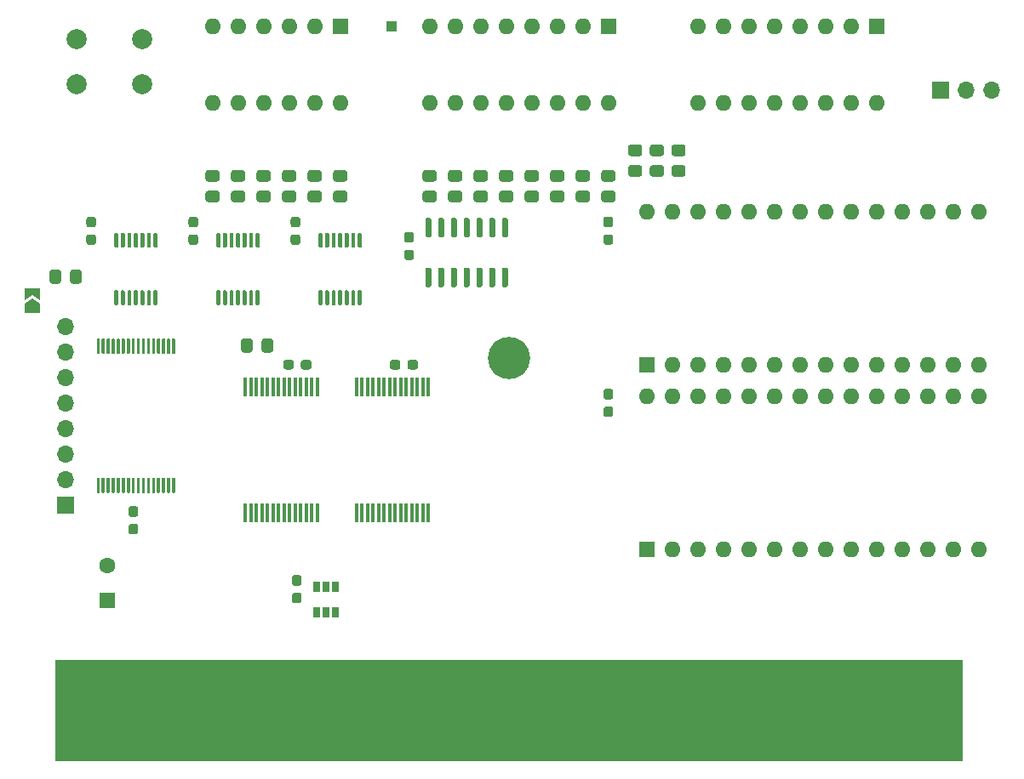
<source format=gbr>
%TF.GenerationSoftware,KiCad,Pcbnew,(5.1.10)-1*%
%TF.CreationDate,2022-08-27T20:58:22-04:00*%
%TF.ProjectId,VIC20HyperExpanderSMDRev3,56494332-3048-4797-9065-72457870616e,3*%
%TF.SameCoordinates,Original*%
%TF.FileFunction,Soldermask,Top*%
%TF.FilePolarity,Negative*%
%FSLAX46Y46*%
G04 Gerber Fmt 4.6, Leading zero omitted, Abs format (unit mm)*
G04 Created by KiCad (PCBNEW (5.1.10)-1) date 2022-08-27 20:58:22*
%MOMM*%
%LPD*%
G01*
G04 APERTURE LIST*
%ADD10C,0.100000*%
%ADD11O,1.600000X1.600000*%
%ADD12R,1.600000X1.600000*%
%ADD13C,1.600000*%
%ADD14R,1.700000X1.700000*%
%ADD15O,1.700000X1.700000*%
%ADD16R,0.700000X1.000000*%
%ADD17R,1.000000X1.000000*%
%ADD18R,0.380000X1.870000*%
%ADD19C,2.000000*%
%ADD20C,4.200000*%
%ADD21R,2.250000X9.500000*%
G04 APERTURE END LIST*
D10*
%TO.C,X1*%
G36*
X92314000Y-123799600D02*
G01*
X182514000Y-123799600D01*
X182514000Y-113849600D01*
X92314000Y-113849600D01*
X92314000Y-123799600D01*
G37*
X92314000Y-123799600D02*
X182514000Y-123799600D01*
X182514000Y-113849600D01*
X92314000Y-113849600D01*
X92314000Y-123799600D01*
%TD*%
%TO.C,C4*%
G36*
G01*
X116745500Y-84692500D02*
X116745500Y-84217500D01*
G75*
G02*
X116983000Y-83980000I237500J0D01*
G01*
X117558000Y-83980000D01*
G75*
G02*
X117795500Y-84217500I0J-237500D01*
G01*
X117795500Y-84692500D01*
G75*
G02*
X117558000Y-84930000I-237500J0D01*
G01*
X116983000Y-84930000D01*
G75*
G02*
X116745500Y-84692500I0J237500D01*
G01*
G37*
G36*
G01*
X114995500Y-84692500D02*
X114995500Y-84217500D01*
G75*
G02*
X115233000Y-83980000I237500J0D01*
G01*
X115808000Y-83980000D01*
G75*
G02*
X116045500Y-84217500I0J-237500D01*
G01*
X116045500Y-84692500D01*
G75*
G02*
X115808000Y-84930000I-237500J0D01*
G01*
X115233000Y-84930000D01*
G75*
G02*
X114995500Y-84692500I0J237500D01*
G01*
G37*
%TD*%
D11*
%TO.C,IC3*%
X151130000Y-87630000D03*
X184150000Y-102870000D03*
X153670000Y-87630000D03*
X181610000Y-102870000D03*
X156210000Y-87630000D03*
X179070000Y-102870000D03*
X158750000Y-87630000D03*
X176530000Y-102870000D03*
X161290000Y-87630000D03*
X173990000Y-102870000D03*
X163830000Y-87630000D03*
X171450000Y-102870000D03*
X166370000Y-87630000D03*
X168910000Y-102870000D03*
X168910000Y-87630000D03*
X166370000Y-102870000D03*
X171450000Y-87630000D03*
X163830000Y-102870000D03*
X173990000Y-87630000D03*
X161290000Y-102870000D03*
X176530000Y-87630000D03*
X158750000Y-102870000D03*
X179070000Y-87630000D03*
X156210000Y-102870000D03*
X181610000Y-87630000D03*
X153670000Y-102870000D03*
X184150000Y-87630000D03*
D12*
X151130000Y-102870000D03*
%TD*%
D11*
%TO.C,IC2*%
X151130000Y-69215000D03*
X184150000Y-84455000D03*
X153670000Y-69215000D03*
X181610000Y-84455000D03*
X156210000Y-69215000D03*
X179070000Y-84455000D03*
X158750000Y-69215000D03*
X176530000Y-84455000D03*
X161290000Y-69215000D03*
X173990000Y-84455000D03*
X163830000Y-69215000D03*
X171450000Y-84455000D03*
X166370000Y-69215000D03*
X168910000Y-84455000D03*
X168910000Y-69215000D03*
X166370000Y-84455000D03*
X171450000Y-69215000D03*
X163830000Y-84455000D03*
X173990000Y-69215000D03*
X161290000Y-84455000D03*
X176530000Y-69215000D03*
X158750000Y-84455000D03*
X179070000Y-69215000D03*
X156210000Y-84455000D03*
X181610000Y-69215000D03*
X153670000Y-84455000D03*
X184150000Y-69215000D03*
D12*
X151130000Y-84455000D03*
%TD*%
%TO.C,C1*%
X97472500Y-107950000D03*
D13*
X97472500Y-104450000D03*
%TD*%
%TO.C,C2*%
G36*
G01*
X116094500Y-107157000D02*
X116569500Y-107157000D01*
G75*
G02*
X116807000Y-107394500I0J-237500D01*
G01*
X116807000Y-107969500D01*
G75*
G02*
X116569500Y-108207000I-237500J0D01*
G01*
X116094500Y-108207000D01*
G75*
G02*
X115857000Y-107969500I0J237500D01*
G01*
X115857000Y-107394500D01*
G75*
G02*
X116094500Y-107157000I237500J0D01*
G01*
G37*
G36*
G01*
X116094500Y-105407000D02*
X116569500Y-105407000D01*
G75*
G02*
X116807000Y-105644500I0J-237500D01*
G01*
X116807000Y-106219500D01*
G75*
G02*
X116569500Y-106457000I-237500J0D01*
G01*
X116094500Y-106457000D01*
G75*
G02*
X115857000Y-106219500I0J237500D01*
G01*
X115857000Y-105644500D01*
G75*
G02*
X116094500Y-105407000I237500J0D01*
G01*
G37*
%TD*%
%TO.C,C3*%
G36*
G01*
X100313500Y-101349000D02*
X99838500Y-101349000D01*
G75*
G02*
X99601000Y-101111500I0J237500D01*
G01*
X99601000Y-100536500D01*
G75*
G02*
X99838500Y-100299000I237500J0D01*
G01*
X100313500Y-100299000D01*
G75*
G02*
X100551000Y-100536500I0J-237500D01*
G01*
X100551000Y-101111500D01*
G75*
G02*
X100313500Y-101349000I-237500J0D01*
G01*
G37*
G36*
G01*
X100313500Y-99599000D02*
X99838500Y-99599000D01*
G75*
G02*
X99601000Y-99361500I0J237500D01*
G01*
X99601000Y-98786500D01*
G75*
G02*
X99838500Y-98549000I237500J0D01*
G01*
X100313500Y-98549000D01*
G75*
G02*
X100551000Y-98786500I0J-237500D01*
G01*
X100551000Y-99361500D01*
G75*
G02*
X100313500Y-99599000I-237500J0D01*
G01*
G37*
%TD*%
%TO.C,C5*%
G36*
G01*
X126650000Y-84217500D02*
X126650000Y-84692500D01*
G75*
G02*
X126412500Y-84930000I-237500J0D01*
G01*
X125837500Y-84930000D01*
G75*
G02*
X125600000Y-84692500I0J237500D01*
G01*
X125600000Y-84217500D01*
G75*
G02*
X125837500Y-83980000I237500J0D01*
G01*
X126412500Y-83980000D01*
G75*
G02*
X126650000Y-84217500I0J-237500D01*
G01*
G37*
G36*
G01*
X128400000Y-84217500D02*
X128400000Y-84692500D01*
G75*
G02*
X128162500Y-84930000I-237500J0D01*
G01*
X127587500Y-84930000D01*
G75*
G02*
X127350000Y-84692500I0J237500D01*
G01*
X127350000Y-84217500D01*
G75*
G02*
X127587500Y-83980000I237500J0D01*
G01*
X128162500Y-83980000D01*
G75*
G02*
X128400000Y-84217500I0J-237500D01*
G01*
G37*
%TD*%
%TO.C,C6*%
G36*
G01*
X96122500Y-72520000D02*
X95647500Y-72520000D01*
G75*
G02*
X95410000Y-72282500I0J237500D01*
G01*
X95410000Y-71707500D01*
G75*
G02*
X95647500Y-71470000I237500J0D01*
G01*
X96122500Y-71470000D01*
G75*
G02*
X96360000Y-71707500I0J-237500D01*
G01*
X96360000Y-72282500D01*
G75*
G02*
X96122500Y-72520000I-237500J0D01*
G01*
G37*
G36*
G01*
X96122500Y-70770000D02*
X95647500Y-70770000D01*
G75*
G02*
X95410000Y-70532500I0J237500D01*
G01*
X95410000Y-69957500D01*
G75*
G02*
X95647500Y-69720000I237500J0D01*
G01*
X96122500Y-69720000D01*
G75*
G02*
X96360000Y-69957500I0J-237500D01*
G01*
X96360000Y-70532500D01*
G75*
G02*
X96122500Y-70770000I-237500J0D01*
G01*
G37*
%TD*%
%TO.C,C7*%
G36*
G01*
X105807500Y-69720000D02*
X106282500Y-69720000D01*
G75*
G02*
X106520000Y-69957500I0J-237500D01*
G01*
X106520000Y-70532500D01*
G75*
G02*
X106282500Y-70770000I-237500J0D01*
G01*
X105807500Y-70770000D01*
G75*
G02*
X105570000Y-70532500I0J237500D01*
G01*
X105570000Y-69957500D01*
G75*
G02*
X105807500Y-69720000I237500J0D01*
G01*
G37*
G36*
G01*
X105807500Y-71470000D02*
X106282500Y-71470000D01*
G75*
G02*
X106520000Y-71707500I0J-237500D01*
G01*
X106520000Y-72282500D01*
G75*
G02*
X106282500Y-72520000I-237500J0D01*
G01*
X105807500Y-72520000D01*
G75*
G02*
X105570000Y-72282500I0J237500D01*
G01*
X105570000Y-71707500D01*
G75*
G02*
X105807500Y-71470000I237500J0D01*
G01*
G37*
%TD*%
%TO.C,C8*%
G36*
G01*
X116442500Y-70770000D02*
X115967500Y-70770000D01*
G75*
G02*
X115730000Y-70532500I0J237500D01*
G01*
X115730000Y-69957500D01*
G75*
G02*
X115967500Y-69720000I237500J0D01*
G01*
X116442500Y-69720000D01*
G75*
G02*
X116680000Y-69957500I0J-237500D01*
G01*
X116680000Y-70532500D01*
G75*
G02*
X116442500Y-70770000I-237500J0D01*
G01*
G37*
G36*
G01*
X116442500Y-72520000D02*
X115967500Y-72520000D01*
G75*
G02*
X115730000Y-72282500I0J237500D01*
G01*
X115730000Y-71707500D01*
G75*
G02*
X115967500Y-71470000I237500J0D01*
G01*
X116442500Y-71470000D01*
G75*
G02*
X116680000Y-71707500I0J-237500D01*
G01*
X116680000Y-72282500D01*
G75*
G02*
X116442500Y-72520000I-237500J0D01*
G01*
G37*
%TD*%
%TO.C,C9*%
G36*
G01*
X127745500Y-74044000D02*
X127270500Y-74044000D01*
G75*
G02*
X127033000Y-73806500I0J237500D01*
G01*
X127033000Y-73231500D01*
G75*
G02*
X127270500Y-72994000I237500J0D01*
G01*
X127745500Y-72994000D01*
G75*
G02*
X127983000Y-73231500I0J-237500D01*
G01*
X127983000Y-73806500D01*
G75*
G02*
X127745500Y-74044000I-237500J0D01*
G01*
G37*
G36*
G01*
X127745500Y-72294000D02*
X127270500Y-72294000D01*
G75*
G02*
X127033000Y-72056500I0J237500D01*
G01*
X127033000Y-71481500D01*
G75*
G02*
X127270500Y-71244000I237500J0D01*
G01*
X127745500Y-71244000D01*
G75*
G02*
X127983000Y-71481500I0J-237500D01*
G01*
X127983000Y-72056500D01*
G75*
G02*
X127745500Y-72294000I-237500J0D01*
G01*
G37*
%TD*%
%TO.C,IC1*%
G36*
G01*
X96655000Y-97235000D02*
X96505000Y-97235000D01*
G75*
G02*
X96430000Y-97160000I0J75000D01*
G01*
X96430000Y-95760000D01*
G75*
G02*
X96505000Y-95685000I75000J0D01*
G01*
X96655000Y-95685000D01*
G75*
G02*
X96730000Y-95760000I0J-75000D01*
G01*
X96730000Y-97160000D01*
G75*
G02*
X96655000Y-97235000I-75000J0D01*
G01*
G37*
G36*
G01*
X97155000Y-97235000D02*
X97005000Y-97235000D01*
G75*
G02*
X96930000Y-97160000I0J75000D01*
G01*
X96930000Y-95760000D01*
G75*
G02*
X97005000Y-95685000I75000J0D01*
G01*
X97155000Y-95685000D01*
G75*
G02*
X97230000Y-95760000I0J-75000D01*
G01*
X97230000Y-97160000D01*
G75*
G02*
X97155000Y-97235000I-75000J0D01*
G01*
G37*
G36*
G01*
X97655000Y-97235000D02*
X97505000Y-97235000D01*
G75*
G02*
X97430000Y-97160000I0J75000D01*
G01*
X97430000Y-95760000D01*
G75*
G02*
X97505000Y-95685000I75000J0D01*
G01*
X97655000Y-95685000D01*
G75*
G02*
X97730000Y-95760000I0J-75000D01*
G01*
X97730000Y-97160000D01*
G75*
G02*
X97655000Y-97235000I-75000J0D01*
G01*
G37*
G36*
G01*
X98155000Y-97235000D02*
X98005000Y-97235000D01*
G75*
G02*
X97930000Y-97160000I0J75000D01*
G01*
X97930000Y-95760000D01*
G75*
G02*
X98005000Y-95685000I75000J0D01*
G01*
X98155000Y-95685000D01*
G75*
G02*
X98230000Y-95760000I0J-75000D01*
G01*
X98230000Y-97160000D01*
G75*
G02*
X98155000Y-97235000I-75000J0D01*
G01*
G37*
G36*
G01*
X98655000Y-97235000D02*
X98505000Y-97235000D01*
G75*
G02*
X98430000Y-97160000I0J75000D01*
G01*
X98430000Y-95760000D01*
G75*
G02*
X98505000Y-95685000I75000J0D01*
G01*
X98655000Y-95685000D01*
G75*
G02*
X98730000Y-95760000I0J-75000D01*
G01*
X98730000Y-97160000D01*
G75*
G02*
X98655000Y-97235000I-75000J0D01*
G01*
G37*
G36*
G01*
X99155000Y-97235000D02*
X99005000Y-97235000D01*
G75*
G02*
X98930000Y-97160000I0J75000D01*
G01*
X98930000Y-95760000D01*
G75*
G02*
X99005000Y-95685000I75000J0D01*
G01*
X99155000Y-95685000D01*
G75*
G02*
X99230000Y-95760000I0J-75000D01*
G01*
X99230000Y-97160000D01*
G75*
G02*
X99155000Y-97235000I-75000J0D01*
G01*
G37*
G36*
G01*
X99655000Y-97235000D02*
X99505000Y-97235000D01*
G75*
G02*
X99430000Y-97160000I0J75000D01*
G01*
X99430000Y-95760000D01*
G75*
G02*
X99505000Y-95685000I75000J0D01*
G01*
X99655000Y-95685000D01*
G75*
G02*
X99730000Y-95760000I0J-75000D01*
G01*
X99730000Y-97160000D01*
G75*
G02*
X99655000Y-97235000I-75000J0D01*
G01*
G37*
G36*
G01*
X100155000Y-97235000D02*
X100005000Y-97235000D01*
G75*
G02*
X99930000Y-97160000I0J75000D01*
G01*
X99930000Y-95760000D01*
G75*
G02*
X100005000Y-95685000I75000J0D01*
G01*
X100155000Y-95685000D01*
G75*
G02*
X100230000Y-95760000I0J-75000D01*
G01*
X100230000Y-97160000D01*
G75*
G02*
X100155000Y-97235000I-75000J0D01*
G01*
G37*
G36*
G01*
X100655000Y-97235000D02*
X100505000Y-97235000D01*
G75*
G02*
X100430000Y-97160000I0J75000D01*
G01*
X100430000Y-95760000D01*
G75*
G02*
X100505000Y-95685000I75000J0D01*
G01*
X100655000Y-95685000D01*
G75*
G02*
X100730000Y-95760000I0J-75000D01*
G01*
X100730000Y-97160000D01*
G75*
G02*
X100655000Y-97235000I-75000J0D01*
G01*
G37*
G36*
G01*
X101155000Y-97235000D02*
X101005000Y-97235000D01*
G75*
G02*
X100930000Y-97160000I0J75000D01*
G01*
X100930000Y-95760000D01*
G75*
G02*
X101005000Y-95685000I75000J0D01*
G01*
X101155000Y-95685000D01*
G75*
G02*
X101230000Y-95760000I0J-75000D01*
G01*
X101230000Y-97160000D01*
G75*
G02*
X101155000Y-97235000I-75000J0D01*
G01*
G37*
G36*
G01*
X101655000Y-97235000D02*
X101505000Y-97235000D01*
G75*
G02*
X101430000Y-97160000I0J75000D01*
G01*
X101430000Y-95760000D01*
G75*
G02*
X101505000Y-95685000I75000J0D01*
G01*
X101655000Y-95685000D01*
G75*
G02*
X101730000Y-95760000I0J-75000D01*
G01*
X101730000Y-97160000D01*
G75*
G02*
X101655000Y-97235000I-75000J0D01*
G01*
G37*
G36*
G01*
X102155000Y-97235000D02*
X102005000Y-97235000D01*
G75*
G02*
X101930000Y-97160000I0J75000D01*
G01*
X101930000Y-95760000D01*
G75*
G02*
X102005000Y-95685000I75000J0D01*
G01*
X102155000Y-95685000D01*
G75*
G02*
X102230000Y-95760000I0J-75000D01*
G01*
X102230000Y-97160000D01*
G75*
G02*
X102155000Y-97235000I-75000J0D01*
G01*
G37*
G36*
G01*
X102655000Y-97235000D02*
X102505000Y-97235000D01*
G75*
G02*
X102430000Y-97160000I0J75000D01*
G01*
X102430000Y-95760000D01*
G75*
G02*
X102505000Y-95685000I75000J0D01*
G01*
X102655000Y-95685000D01*
G75*
G02*
X102730000Y-95760000I0J-75000D01*
G01*
X102730000Y-97160000D01*
G75*
G02*
X102655000Y-97235000I-75000J0D01*
G01*
G37*
G36*
G01*
X103155000Y-97235000D02*
X103005000Y-97235000D01*
G75*
G02*
X102930000Y-97160000I0J75000D01*
G01*
X102930000Y-95760000D01*
G75*
G02*
X103005000Y-95685000I75000J0D01*
G01*
X103155000Y-95685000D01*
G75*
G02*
X103230000Y-95760000I0J-75000D01*
G01*
X103230000Y-97160000D01*
G75*
G02*
X103155000Y-97235000I-75000J0D01*
G01*
G37*
G36*
G01*
X103655000Y-97235000D02*
X103505000Y-97235000D01*
G75*
G02*
X103430000Y-97160000I0J75000D01*
G01*
X103430000Y-95760000D01*
G75*
G02*
X103505000Y-95685000I75000J0D01*
G01*
X103655000Y-95685000D01*
G75*
G02*
X103730000Y-95760000I0J-75000D01*
G01*
X103730000Y-97160000D01*
G75*
G02*
X103655000Y-97235000I-75000J0D01*
G01*
G37*
G36*
G01*
X104155000Y-97235000D02*
X104005000Y-97235000D01*
G75*
G02*
X103930000Y-97160000I0J75000D01*
G01*
X103930000Y-95760000D01*
G75*
G02*
X104005000Y-95685000I75000J0D01*
G01*
X104155000Y-95685000D01*
G75*
G02*
X104230000Y-95760000I0J-75000D01*
G01*
X104230000Y-97160000D01*
G75*
G02*
X104155000Y-97235000I-75000J0D01*
G01*
G37*
G36*
G01*
X104155000Y-83385000D02*
X104005000Y-83385000D01*
G75*
G02*
X103930000Y-83310000I0J75000D01*
G01*
X103930000Y-81910000D01*
G75*
G02*
X104005000Y-81835000I75000J0D01*
G01*
X104155000Y-81835000D01*
G75*
G02*
X104230000Y-81910000I0J-75000D01*
G01*
X104230000Y-83310000D01*
G75*
G02*
X104155000Y-83385000I-75000J0D01*
G01*
G37*
G36*
G01*
X103655000Y-83385000D02*
X103505000Y-83385000D01*
G75*
G02*
X103430000Y-83310000I0J75000D01*
G01*
X103430000Y-81910000D01*
G75*
G02*
X103505000Y-81835000I75000J0D01*
G01*
X103655000Y-81835000D01*
G75*
G02*
X103730000Y-81910000I0J-75000D01*
G01*
X103730000Y-83310000D01*
G75*
G02*
X103655000Y-83385000I-75000J0D01*
G01*
G37*
G36*
G01*
X103155000Y-83385000D02*
X103005000Y-83385000D01*
G75*
G02*
X102930000Y-83310000I0J75000D01*
G01*
X102930000Y-81910000D01*
G75*
G02*
X103005000Y-81835000I75000J0D01*
G01*
X103155000Y-81835000D01*
G75*
G02*
X103230000Y-81910000I0J-75000D01*
G01*
X103230000Y-83310000D01*
G75*
G02*
X103155000Y-83385000I-75000J0D01*
G01*
G37*
G36*
G01*
X102655000Y-83385000D02*
X102505000Y-83385000D01*
G75*
G02*
X102430000Y-83310000I0J75000D01*
G01*
X102430000Y-81910000D01*
G75*
G02*
X102505000Y-81835000I75000J0D01*
G01*
X102655000Y-81835000D01*
G75*
G02*
X102730000Y-81910000I0J-75000D01*
G01*
X102730000Y-83310000D01*
G75*
G02*
X102655000Y-83385000I-75000J0D01*
G01*
G37*
G36*
G01*
X102155000Y-83385000D02*
X102005000Y-83385000D01*
G75*
G02*
X101930000Y-83310000I0J75000D01*
G01*
X101930000Y-81910000D01*
G75*
G02*
X102005000Y-81835000I75000J0D01*
G01*
X102155000Y-81835000D01*
G75*
G02*
X102230000Y-81910000I0J-75000D01*
G01*
X102230000Y-83310000D01*
G75*
G02*
X102155000Y-83385000I-75000J0D01*
G01*
G37*
G36*
G01*
X101655000Y-83385000D02*
X101505000Y-83385000D01*
G75*
G02*
X101430000Y-83310000I0J75000D01*
G01*
X101430000Y-81910000D01*
G75*
G02*
X101505000Y-81835000I75000J0D01*
G01*
X101655000Y-81835000D01*
G75*
G02*
X101730000Y-81910000I0J-75000D01*
G01*
X101730000Y-83310000D01*
G75*
G02*
X101655000Y-83385000I-75000J0D01*
G01*
G37*
G36*
G01*
X101155000Y-83385000D02*
X101005000Y-83385000D01*
G75*
G02*
X100930000Y-83310000I0J75000D01*
G01*
X100930000Y-81910000D01*
G75*
G02*
X101005000Y-81835000I75000J0D01*
G01*
X101155000Y-81835000D01*
G75*
G02*
X101230000Y-81910000I0J-75000D01*
G01*
X101230000Y-83310000D01*
G75*
G02*
X101155000Y-83385000I-75000J0D01*
G01*
G37*
G36*
G01*
X100655000Y-83385000D02*
X100505000Y-83385000D01*
G75*
G02*
X100430000Y-83310000I0J75000D01*
G01*
X100430000Y-81910000D01*
G75*
G02*
X100505000Y-81835000I75000J0D01*
G01*
X100655000Y-81835000D01*
G75*
G02*
X100730000Y-81910000I0J-75000D01*
G01*
X100730000Y-83310000D01*
G75*
G02*
X100655000Y-83385000I-75000J0D01*
G01*
G37*
G36*
G01*
X100155000Y-83385000D02*
X100005000Y-83385000D01*
G75*
G02*
X99930000Y-83310000I0J75000D01*
G01*
X99930000Y-81910000D01*
G75*
G02*
X100005000Y-81835000I75000J0D01*
G01*
X100155000Y-81835000D01*
G75*
G02*
X100230000Y-81910000I0J-75000D01*
G01*
X100230000Y-83310000D01*
G75*
G02*
X100155000Y-83385000I-75000J0D01*
G01*
G37*
G36*
G01*
X99655000Y-83385000D02*
X99505000Y-83385000D01*
G75*
G02*
X99430000Y-83310000I0J75000D01*
G01*
X99430000Y-81910000D01*
G75*
G02*
X99505000Y-81835000I75000J0D01*
G01*
X99655000Y-81835000D01*
G75*
G02*
X99730000Y-81910000I0J-75000D01*
G01*
X99730000Y-83310000D01*
G75*
G02*
X99655000Y-83385000I-75000J0D01*
G01*
G37*
G36*
G01*
X99155000Y-83385000D02*
X99005000Y-83385000D01*
G75*
G02*
X98930000Y-83310000I0J75000D01*
G01*
X98930000Y-81910000D01*
G75*
G02*
X99005000Y-81835000I75000J0D01*
G01*
X99155000Y-81835000D01*
G75*
G02*
X99230000Y-81910000I0J-75000D01*
G01*
X99230000Y-83310000D01*
G75*
G02*
X99155000Y-83385000I-75000J0D01*
G01*
G37*
G36*
G01*
X98655000Y-83385000D02*
X98505000Y-83385000D01*
G75*
G02*
X98430000Y-83310000I0J75000D01*
G01*
X98430000Y-81910000D01*
G75*
G02*
X98505000Y-81835000I75000J0D01*
G01*
X98655000Y-81835000D01*
G75*
G02*
X98730000Y-81910000I0J-75000D01*
G01*
X98730000Y-83310000D01*
G75*
G02*
X98655000Y-83385000I-75000J0D01*
G01*
G37*
G36*
G01*
X98155000Y-83385000D02*
X98005000Y-83385000D01*
G75*
G02*
X97930000Y-83310000I0J75000D01*
G01*
X97930000Y-81910000D01*
G75*
G02*
X98005000Y-81835000I75000J0D01*
G01*
X98155000Y-81835000D01*
G75*
G02*
X98230000Y-81910000I0J-75000D01*
G01*
X98230000Y-83310000D01*
G75*
G02*
X98155000Y-83385000I-75000J0D01*
G01*
G37*
G36*
G01*
X97655000Y-83385000D02*
X97505000Y-83385000D01*
G75*
G02*
X97430000Y-83310000I0J75000D01*
G01*
X97430000Y-81910000D01*
G75*
G02*
X97505000Y-81835000I75000J0D01*
G01*
X97655000Y-81835000D01*
G75*
G02*
X97730000Y-81910000I0J-75000D01*
G01*
X97730000Y-83310000D01*
G75*
G02*
X97655000Y-83385000I-75000J0D01*
G01*
G37*
G36*
G01*
X97155000Y-83385000D02*
X97005000Y-83385000D01*
G75*
G02*
X96930000Y-83310000I0J75000D01*
G01*
X96930000Y-81910000D01*
G75*
G02*
X97005000Y-81835000I75000J0D01*
G01*
X97155000Y-81835000D01*
G75*
G02*
X97230000Y-81910000I0J-75000D01*
G01*
X97230000Y-83310000D01*
G75*
G02*
X97155000Y-83385000I-75000J0D01*
G01*
G37*
G36*
G01*
X96655000Y-83385000D02*
X96505000Y-83385000D01*
G75*
G02*
X96430000Y-83310000I0J75000D01*
G01*
X96430000Y-81910000D01*
G75*
G02*
X96505000Y-81835000I75000J0D01*
G01*
X96655000Y-81835000D01*
G75*
G02*
X96730000Y-81910000I0J-75000D01*
G01*
X96730000Y-83310000D01*
G75*
G02*
X96655000Y-83385000I-75000J0D01*
G01*
G37*
%TD*%
D14*
%TO.C,JP1*%
X180340000Y-57150000D03*
D15*
X182880000Y-57150000D03*
X185420000Y-57150000D03*
%TD*%
%TO.C,R1*%
G36*
G01*
X93795000Y-76142001D02*
X93795000Y-75241999D01*
G75*
G02*
X94044999Y-74992000I249999J0D01*
G01*
X94695001Y-74992000D01*
G75*
G02*
X94945000Y-75241999I0J-249999D01*
G01*
X94945000Y-76142001D01*
G75*
G02*
X94695001Y-76392000I-249999J0D01*
G01*
X94044999Y-76392000D01*
G75*
G02*
X93795000Y-76142001I0J249999D01*
G01*
G37*
G36*
G01*
X91745000Y-76142001D02*
X91745000Y-75241999D01*
G75*
G02*
X91994999Y-74992000I249999J0D01*
G01*
X92645001Y-74992000D01*
G75*
G02*
X92895000Y-75241999I0J-249999D01*
G01*
X92895000Y-76142001D01*
G75*
G02*
X92645001Y-76392000I-249999J0D01*
G01*
X91994999Y-76392000D01*
G75*
G02*
X91745000Y-76142001I0J249999D01*
G01*
G37*
%TD*%
%TO.C,R2*%
G36*
G01*
X147770001Y-68275000D02*
X146869999Y-68275000D01*
G75*
G02*
X146620000Y-68025001I0J249999D01*
G01*
X146620000Y-67374999D01*
G75*
G02*
X146869999Y-67125000I249999J0D01*
G01*
X147770001Y-67125000D01*
G75*
G02*
X148020000Y-67374999I0J-249999D01*
G01*
X148020000Y-68025001D01*
G75*
G02*
X147770001Y-68275000I-249999J0D01*
G01*
G37*
G36*
G01*
X147770001Y-66225000D02*
X146869999Y-66225000D01*
G75*
G02*
X146620000Y-65975001I0J249999D01*
G01*
X146620000Y-65324999D01*
G75*
G02*
X146869999Y-65075000I249999J0D01*
G01*
X147770001Y-65075000D01*
G75*
G02*
X148020000Y-65324999I0J-249999D01*
G01*
X148020000Y-65975001D01*
G75*
G02*
X147770001Y-66225000I-249999J0D01*
G01*
G37*
%TD*%
%TO.C,R3*%
G36*
G01*
X145230001Y-66225000D02*
X144329999Y-66225000D01*
G75*
G02*
X144080000Y-65975001I0J249999D01*
G01*
X144080000Y-65324999D01*
G75*
G02*
X144329999Y-65075000I249999J0D01*
G01*
X145230001Y-65075000D01*
G75*
G02*
X145480000Y-65324999I0J-249999D01*
G01*
X145480000Y-65975001D01*
G75*
G02*
X145230001Y-66225000I-249999J0D01*
G01*
G37*
G36*
G01*
X145230001Y-68275000D02*
X144329999Y-68275000D01*
G75*
G02*
X144080000Y-68025001I0J249999D01*
G01*
X144080000Y-67374999D01*
G75*
G02*
X144329999Y-67125000I249999J0D01*
G01*
X145230001Y-67125000D01*
G75*
G02*
X145480000Y-67374999I0J-249999D01*
G01*
X145480000Y-68025001D01*
G75*
G02*
X145230001Y-68275000I-249999J0D01*
G01*
G37*
%TD*%
%TO.C,R4*%
G36*
G01*
X142690001Y-68275000D02*
X141789999Y-68275000D01*
G75*
G02*
X141540000Y-68025001I0J249999D01*
G01*
X141540000Y-67374999D01*
G75*
G02*
X141789999Y-67125000I249999J0D01*
G01*
X142690001Y-67125000D01*
G75*
G02*
X142940000Y-67374999I0J-249999D01*
G01*
X142940000Y-68025001D01*
G75*
G02*
X142690001Y-68275000I-249999J0D01*
G01*
G37*
G36*
G01*
X142690001Y-66225000D02*
X141789999Y-66225000D01*
G75*
G02*
X141540000Y-65975001I0J249999D01*
G01*
X141540000Y-65324999D01*
G75*
G02*
X141789999Y-65075000I249999J0D01*
G01*
X142690001Y-65075000D01*
G75*
G02*
X142940000Y-65324999I0J-249999D01*
G01*
X142940000Y-65975001D01*
G75*
G02*
X142690001Y-66225000I-249999J0D01*
G01*
G37*
%TD*%
%TO.C,R5*%
G36*
G01*
X140150001Y-66225000D02*
X139249999Y-66225000D01*
G75*
G02*
X139000000Y-65975001I0J249999D01*
G01*
X139000000Y-65324999D01*
G75*
G02*
X139249999Y-65075000I249999J0D01*
G01*
X140150001Y-65075000D01*
G75*
G02*
X140400000Y-65324999I0J-249999D01*
G01*
X140400000Y-65975001D01*
G75*
G02*
X140150001Y-66225000I-249999J0D01*
G01*
G37*
G36*
G01*
X140150001Y-68275000D02*
X139249999Y-68275000D01*
G75*
G02*
X139000000Y-68025001I0J249999D01*
G01*
X139000000Y-67374999D01*
G75*
G02*
X139249999Y-67125000I249999J0D01*
G01*
X140150001Y-67125000D01*
G75*
G02*
X140400000Y-67374999I0J-249999D01*
G01*
X140400000Y-68025001D01*
G75*
G02*
X140150001Y-68275000I-249999J0D01*
G01*
G37*
%TD*%
%TO.C,R6*%
G36*
G01*
X137610001Y-68275000D02*
X136709999Y-68275000D01*
G75*
G02*
X136460000Y-68025001I0J249999D01*
G01*
X136460000Y-67374999D01*
G75*
G02*
X136709999Y-67125000I249999J0D01*
G01*
X137610001Y-67125000D01*
G75*
G02*
X137860000Y-67374999I0J-249999D01*
G01*
X137860000Y-68025001D01*
G75*
G02*
X137610001Y-68275000I-249999J0D01*
G01*
G37*
G36*
G01*
X137610001Y-66225000D02*
X136709999Y-66225000D01*
G75*
G02*
X136460000Y-65975001I0J249999D01*
G01*
X136460000Y-65324999D01*
G75*
G02*
X136709999Y-65075000I249999J0D01*
G01*
X137610001Y-65075000D01*
G75*
G02*
X137860000Y-65324999I0J-249999D01*
G01*
X137860000Y-65975001D01*
G75*
G02*
X137610001Y-66225000I-249999J0D01*
G01*
G37*
%TD*%
%TO.C,R7*%
G36*
G01*
X135070001Y-66225000D02*
X134169999Y-66225000D01*
G75*
G02*
X133920000Y-65975001I0J249999D01*
G01*
X133920000Y-65324999D01*
G75*
G02*
X134169999Y-65075000I249999J0D01*
G01*
X135070001Y-65075000D01*
G75*
G02*
X135320000Y-65324999I0J-249999D01*
G01*
X135320000Y-65975001D01*
G75*
G02*
X135070001Y-66225000I-249999J0D01*
G01*
G37*
G36*
G01*
X135070001Y-68275000D02*
X134169999Y-68275000D01*
G75*
G02*
X133920000Y-68025001I0J249999D01*
G01*
X133920000Y-67374999D01*
G75*
G02*
X134169999Y-67125000I249999J0D01*
G01*
X135070001Y-67125000D01*
G75*
G02*
X135320000Y-67374999I0J-249999D01*
G01*
X135320000Y-68025001D01*
G75*
G02*
X135070001Y-68275000I-249999J0D01*
G01*
G37*
%TD*%
%TO.C,R8*%
G36*
G01*
X132530001Y-68275000D02*
X131629999Y-68275000D01*
G75*
G02*
X131380000Y-68025001I0J249999D01*
G01*
X131380000Y-67374999D01*
G75*
G02*
X131629999Y-67125000I249999J0D01*
G01*
X132530001Y-67125000D01*
G75*
G02*
X132780000Y-67374999I0J-249999D01*
G01*
X132780000Y-68025001D01*
G75*
G02*
X132530001Y-68275000I-249999J0D01*
G01*
G37*
G36*
G01*
X132530001Y-66225000D02*
X131629999Y-66225000D01*
G75*
G02*
X131380000Y-65975001I0J249999D01*
G01*
X131380000Y-65324999D01*
G75*
G02*
X131629999Y-65075000I249999J0D01*
G01*
X132530001Y-65075000D01*
G75*
G02*
X132780000Y-65324999I0J-249999D01*
G01*
X132780000Y-65975001D01*
G75*
G02*
X132530001Y-66225000I-249999J0D01*
G01*
G37*
%TD*%
%TO.C,R9*%
G36*
G01*
X129990001Y-66225000D02*
X129089999Y-66225000D01*
G75*
G02*
X128840000Y-65975001I0J249999D01*
G01*
X128840000Y-65324999D01*
G75*
G02*
X129089999Y-65075000I249999J0D01*
G01*
X129990001Y-65075000D01*
G75*
G02*
X130240000Y-65324999I0J-249999D01*
G01*
X130240000Y-65975001D01*
G75*
G02*
X129990001Y-66225000I-249999J0D01*
G01*
G37*
G36*
G01*
X129990001Y-68275000D02*
X129089999Y-68275000D01*
G75*
G02*
X128840000Y-68025001I0J249999D01*
G01*
X128840000Y-67374999D01*
G75*
G02*
X129089999Y-67125000I249999J0D01*
G01*
X129990001Y-67125000D01*
G75*
G02*
X130240000Y-67374999I0J-249999D01*
G01*
X130240000Y-68025001D01*
G75*
G02*
X129990001Y-68275000I-249999J0D01*
G01*
G37*
%TD*%
%TO.C,R10*%
G36*
G01*
X154755001Y-63685000D02*
X153854999Y-63685000D01*
G75*
G02*
X153605000Y-63435001I0J249999D01*
G01*
X153605000Y-62784999D01*
G75*
G02*
X153854999Y-62535000I249999J0D01*
G01*
X154755001Y-62535000D01*
G75*
G02*
X155005000Y-62784999I0J-249999D01*
G01*
X155005000Y-63435001D01*
G75*
G02*
X154755001Y-63685000I-249999J0D01*
G01*
G37*
G36*
G01*
X154755001Y-65735000D02*
X153854999Y-65735000D01*
G75*
G02*
X153605000Y-65485001I0J249999D01*
G01*
X153605000Y-64834999D01*
G75*
G02*
X153854999Y-64585000I249999J0D01*
G01*
X154755001Y-64585000D01*
G75*
G02*
X155005000Y-64834999I0J-249999D01*
G01*
X155005000Y-65485001D01*
G75*
G02*
X154755001Y-65735000I-249999J0D01*
G01*
G37*
%TD*%
%TO.C,R11*%
G36*
G01*
X152596001Y-65735000D02*
X151695999Y-65735000D01*
G75*
G02*
X151446000Y-65485001I0J249999D01*
G01*
X151446000Y-64834999D01*
G75*
G02*
X151695999Y-64585000I249999J0D01*
G01*
X152596001Y-64585000D01*
G75*
G02*
X152846000Y-64834999I0J-249999D01*
G01*
X152846000Y-65485001D01*
G75*
G02*
X152596001Y-65735000I-249999J0D01*
G01*
G37*
G36*
G01*
X152596001Y-63685000D02*
X151695999Y-63685000D01*
G75*
G02*
X151446000Y-63435001I0J249999D01*
G01*
X151446000Y-62784999D01*
G75*
G02*
X151695999Y-62535000I249999J0D01*
G01*
X152596001Y-62535000D01*
G75*
G02*
X152846000Y-62784999I0J-249999D01*
G01*
X152846000Y-63435001D01*
G75*
G02*
X152596001Y-63685000I-249999J0D01*
G01*
G37*
%TD*%
%TO.C,R12*%
G36*
G01*
X121100001Y-66225000D02*
X120199999Y-66225000D01*
G75*
G02*
X119950000Y-65975001I0J249999D01*
G01*
X119950000Y-65324999D01*
G75*
G02*
X120199999Y-65075000I249999J0D01*
G01*
X121100001Y-65075000D01*
G75*
G02*
X121350000Y-65324999I0J-249999D01*
G01*
X121350000Y-65975001D01*
G75*
G02*
X121100001Y-66225000I-249999J0D01*
G01*
G37*
G36*
G01*
X121100001Y-68275000D02*
X120199999Y-68275000D01*
G75*
G02*
X119950000Y-68025001I0J249999D01*
G01*
X119950000Y-67374999D01*
G75*
G02*
X120199999Y-67125000I249999J0D01*
G01*
X121100001Y-67125000D01*
G75*
G02*
X121350000Y-67374999I0J-249999D01*
G01*
X121350000Y-68025001D01*
G75*
G02*
X121100001Y-68275000I-249999J0D01*
G01*
G37*
%TD*%
%TO.C,R13*%
G36*
G01*
X118560001Y-68275000D02*
X117659999Y-68275000D01*
G75*
G02*
X117410000Y-68025001I0J249999D01*
G01*
X117410000Y-67374999D01*
G75*
G02*
X117659999Y-67125000I249999J0D01*
G01*
X118560001Y-67125000D01*
G75*
G02*
X118810000Y-67374999I0J-249999D01*
G01*
X118810000Y-68025001D01*
G75*
G02*
X118560001Y-68275000I-249999J0D01*
G01*
G37*
G36*
G01*
X118560001Y-66225000D02*
X117659999Y-66225000D01*
G75*
G02*
X117410000Y-65975001I0J249999D01*
G01*
X117410000Y-65324999D01*
G75*
G02*
X117659999Y-65075000I249999J0D01*
G01*
X118560001Y-65075000D01*
G75*
G02*
X118810000Y-65324999I0J-249999D01*
G01*
X118810000Y-65975001D01*
G75*
G02*
X118560001Y-66225000I-249999J0D01*
G01*
G37*
%TD*%
%TO.C,R14*%
G36*
G01*
X116020001Y-66225000D02*
X115119999Y-66225000D01*
G75*
G02*
X114870000Y-65975001I0J249999D01*
G01*
X114870000Y-65324999D01*
G75*
G02*
X115119999Y-65075000I249999J0D01*
G01*
X116020001Y-65075000D01*
G75*
G02*
X116270000Y-65324999I0J-249999D01*
G01*
X116270000Y-65975001D01*
G75*
G02*
X116020001Y-66225000I-249999J0D01*
G01*
G37*
G36*
G01*
X116020001Y-68275000D02*
X115119999Y-68275000D01*
G75*
G02*
X114870000Y-68025001I0J249999D01*
G01*
X114870000Y-67374999D01*
G75*
G02*
X115119999Y-67125000I249999J0D01*
G01*
X116020001Y-67125000D01*
G75*
G02*
X116270000Y-67374999I0J-249999D01*
G01*
X116270000Y-68025001D01*
G75*
G02*
X116020001Y-68275000I-249999J0D01*
G01*
G37*
%TD*%
%TO.C,R15*%
G36*
G01*
X113480001Y-68275000D02*
X112579999Y-68275000D01*
G75*
G02*
X112330000Y-68025001I0J249999D01*
G01*
X112330000Y-67374999D01*
G75*
G02*
X112579999Y-67125000I249999J0D01*
G01*
X113480001Y-67125000D01*
G75*
G02*
X113730000Y-67374999I0J-249999D01*
G01*
X113730000Y-68025001D01*
G75*
G02*
X113480001Y-68275000I-249999J0D01*
G01*
G37*
G36*
G01*
X113480001Y-66225000D02*
X112579999Y-66225000D01*
G75*
G02*
X112330000Y-65975001I0J249999D01*
G01*
X112330000Y-65324999D01*
G75*
G02*
X112579999Y-65075000I249999J0D01*
G01*
X113480001Y-65075000D01*
G75*
G02*
X113730000Y-65324999I0J-249999D01*
G01*
X113730000Y-65975001D01*
G75*
G02*
X113480001Y-66225000I-249999J0D01*
G01*
G37*
%TD*%
%TO.C,R16*%
G36*
G01*
X110940001Y-66225000D02*
X110039999Y-66225000D01*
G75*
G02*
X109790000Y-65975001I0J249999D01*
G01*
X109790000Y-65324999D01*
G75*
G02*
X110039999Y-65075000I249999J0D01*
G01*
X110940001Y-65075000D01*
G75*
G02*
X111190000Y-65324999I0J-249999D01*
G01*
X111190000Y-65975001D01*
G75*
G02*
X110940001Y-66225000I-249999J0D01*
G01*
G37*
G36*
G01*
X110940001Y-68275000D02*
X110039999Y-68275000D01*
G75*
G02*
X109790000Y-68025001I0J249999D01*
G01*
X109790000Y-67374999D01*
G75*
G02*
X110039999Y-67125000I249999J0D01*
G01*
X110940001Y-67125000D01*
G75*
G02*
X111190000Y-67374999I0J-249999D01*
G01*
X111190000Y-68025001D01*
G75*
G02*
X110940001Y-68275000I-249999J0D01*
G01*
G37*
%TD*%
%TO.C,R17*%
G36*
G01*
X108400001Y-68275000D02*
X107499999Y-68275000D01*
G75*
G02*
X107250000Y-68025001I0J249999D01*
G01*
X107250000Y-67374999D01*
G75*
G02*
X107499999Y-67125000I249999J0D01*
G01*
X108400001Y-67125000D01*
G75*
G02*
X108650000Y-67374999I0J-249999D01*
G01*
X108650000Y-68025001D01*
G75*
G02*
X108400001Y-68275000I-249999J0D01*
G01*
G37*
G36*
G01*
X108400001Y-66225000D02*
X107499999Y-66225000D01*
G75*
G02*
X107250000Y-65975001I0J249999D01*
G01*
X107250000Y-65324999D01*
G75*
G02*
X107499999Y-65075000I249999J0D01*
G01*
X108400001Y-65075000D01*
G75*
G02*
X108650000Y-65324999I0J-249999D01*
G01*
X108650000Y-65975001D01*
G75*
G02*
X108400001Y-66225000I-249999J0D01*
G01*
G37*
%TD*%
%TO.C,R18*%
G36*
G01*
X110795000Y-83000001D02*
X110795000Y-82099999D01*
G75*
G02*
X111044999Y-81850000I249999J0D01*
G01*
X111695001Y-81850000D01*
G75*
G02*
X111945000Y-82099999I0J-249999D01*
G01*
X111945000Y-83000001D01*
G75*
G02*
X111695001Y-83250000I-249999J0D01*
G01*
X111044999Y-83250000D01*
G75*
G02*
X110795000Y-83000001I0J249999D01*
G01*
G37*
G36*
G01*
X112845000Y-83000001D02*
X112845000Y-82099999D01*
G75*
G02*
X113094999Y-81850000I249999J0D01*
G01*
X113745001Y-81850000D01*
G75*
G02*
X113995000Y-82099999I0J-249999D01*
G01*
X113995000Y-83000001D01*
G75*
G02*
X113745001Y-83250000I-249999J0D01*
G01*
X113094999Y-83250000D01*
G75*
G02*
X112845000Y-83000001I0J249999D01*
G01*
G37*
%TD*%
%TO.C,R19*%
G36*
G01*
X150437001Y-65735000D02*
X149536999Y-65735000D01*
G75*
G02*
X149287000Y-65485001I0J249999D01*
G01*
X149287000Y-64834999D01*
G75*
G02*
X149536999Y-64585000I249999J0D01*
G01*
X150437001Y-64585000D01*
G75*
G02*
X150687000Y-64834999I0J-249999D01*
G01*
X150687000Y-65485001D01*
G75*
G02*
X150437001Y-65735000I-249999J0D01*
G01*
G37*
G36*
G01*
X150437001Y-63685000D02*
X149536999Y-63685000D01*
G75*
G02*
X149287000Y-63435001I0J249999D01*
G01*
X149287000Y-62784999D01*
G75*
G02*
X149536999Y-62535000I249999J0D01*
G01*
X150437001Y-62535000D01*
G75*
G02*
X150687000Y-62784999I0J-249999D01*
G01*
X150687000Y-63435001D01*
G75*
G02*
X150437001Y-63685000I-249999J0D01*
G01*
G37*
%TD*%
D11*
%TO.C,SW2*%
X147320000Y-58420000D03*
X129540000Y-50800000D03*
X144780000Y-58420000D03*
X132080000Y-50800000D03*
X142240000Y-58420000D03*
X134620000Y-50800000D03*
X139700000Y-58420000D03*
X137160000Y-50800000D03*
X137160000Y-58420000D03*
X139700000Y-50800000D03*
X134620000Y-58420000D03*
X142240000Y-50800000D03*
X132080000Y-58420000D03*
X144780000Y-50800000D03*
X129540000Y-58420000D03*
D12*
X147320000Y-50800000D03*
%TD*%
%TO.C,SW3*%
X173990000Y-50800000D03*
D11*
X156210000Y-58420000D03*
X171450000Y-50800000D03*
X158750000Y-58420000D03*
X168910000Y-50800000D03*
X161290000Y-58420000D03*
X166370000Y-50800000D03*
X163830000Y-58420000D03*
X163830000Y-50800000D03*
X166370000Y-58420000D03*
X161290000Y-50800000D03*
X168910000Y-58420000D03*
X158750000Y-50800000D03*
X171450000Y-58420000D03*
X156210000Y-50800000D03*
X173990000Y-58420000D03*
%TD*%
D12*
%TO.C,SW4*%
X120650000Y-50800000D03*
D11*
X107950000Y-58420000D03*
X118110000Y-50800000D03*
X110490000Y-58420000D03*
X115570000Y-50800000D03*
X113030000Y-58420000D03*
X113030000Y-50800000D03*
X115570000Y-58420000D03*
X110490000Y-50800000D03*
X118110000Y-58420000D03*
X107950000Y-50800000D03*
X120650000Y-58420000D03*
%TD*%
%TO.C,U1*%
G36*
G01*
X118800000Y-72805000D02*
X118600000Y-72805000D01*
G75*
G02*
X118500000Y-72705000I0J100000D01*
G01*
X118500000Y-71430000D01*
G75*
G02*
X118600000Y-71330000I100000J0D01*
G01*
X118800000Y-71330000D01*
G75*
G02*
X118900000Y-71430000I0J-100000D01*
G01*
X118900000Y-72705000D01*
G75*
G02*
X118800000Y-72805000I-100000J0D01*
G01*
G37*
G36*
G01*
X119450000Y-72805000D02*
X119250000Y-72805000D01*
G75*
G02*
X119150000Y-72705000I0J100000D01*
G01*
X119150000Y-71430000D01*
G75*
G02*
X119250000Y-71330000I100000J0D01*
G01*
X119450000Y-71330000D01*
G75*
G02*
X119550000Y-71430000I0J-100000D01*
G01*
X119550000Y-72705000D01*
G75*
G02*
X119450000Y-72805000I-100000J0D01*
G01*
G37*
G36*
G01*
X120100000Y-72805000D02*
X119900000Y-72805000D01*
G75*
G02*
X119800000Y-72705000I0J100000D01*
G01*
X119800000Y-71430000D01*
G75*
G02*
X119900000Y-71330000I100000J0D01*
G01*
X120100000Y-71330000D01*
G75*
G02*
X120200000Y-71430000I0J-100000D01*
G01*
X120200000Y-72705000D01*
G75*
G02*
X120100000Y-72805000I-100000J0D01*
G01*
G37*
G36*
G01*
X120750000Y-72805000D02*
X120550000Y-72805000D01*
G75*
G02*
X120450000Y-72705000I0J100000D01*
G01*
X120450000Y-71430000D01*
G75*
G02*
X120550000Y-71330000I100000J0D01*
G01*
X120750000Y-71330000D01*
G75*
G02*
X120850000Y-71430000I0J-100000D01*
G01*
X120850000Y-72705000D01*
G75*
G02*
X120750000Y-72805000I-100000J0D01*
G01*
G37*
G36*
G01*
X121400000Y-72805000D02*
X121200000Y-72805000D01*
G75*
G02*
X121100000Y-72705000I0J100000D01*
G01*
X121100000Y-71430000D01*
G75*
G02*
X121200000Y-71330000I100000J0D01*
G01*
X121400000Y-71330000D01*
G75*
G02*
X121500000Y-71430000I0J-100000D01*
G01*
X121500000Y-72705000D01*
G75*
G02*
X121400000Y-72805000I-100000J0D01*
G01*
G37*
G36*
G01*
X122050000Y-72805000D02*
X121850000Y-72805000D01*
G75*
G02*
X121750000Y-72705000I0J100000D01*
G01*
X121750000Y-71430000D01*
G75*
G02*
X121850000Y-71330000I100000J0D01*
G01*
X122050000Y-71330000D01*
G75*
G02*
X122150000Y-71430000I0J-100000D01*
G01*
X122150000Y-72705000D01*
G75*
G02*
X122050000Y-72805000I-100000J0D01*
G01*
G37*
G36*
G01*
X122700000Y-72805000D02*
X122500000Y-72805000D01*
G75*
G02*
X122400000Y-72705000I0J100000D01*
G01*
X122400000Y-71430000D01*
G75*
G02*
X122500000Y-71330000I100000J0D01*
G01*
X122700000Y-71330000D01*
G75*
G02*
X122800000Y-71430000I0J-100000D01*
G01*
X122800000Y-72705000D01*
G75*
G02*
X122700000Y-72805000I-100000J0D01*
G01*
G37*
G36*
G01*
X122700000Y-78530000D02*
X122500000Y-78530000D01*
G75*
G02*
X122400000Y-78430000I0J100000D01*
G01*
X122400000Y-77155000D01*
G75*
G02*
X122500000Y-77055000I100000J0D01*
G01*
X122700000Y-77055000D01*
G75*
G02*
X122800000Y-77155000I0J-100000D01*
G01*
X122800000Y-78430000D01*
G75*
G02*
X122700000Y-78530000I-100000J0D01*
G01*
G37*
G36*
G01*
X122050000Y-78530000D02*
X121850000Y-78530000D01*
G75*
G02*
X121750000Y-78430000I0J100000D01*
G01*
X121750000Y-77155000D01*
G75*
G02*
X121850000Y-77055000I100000J0D01*
G01*
X122050000Y-77055000D01*
G75*
G02*
X122150000Y-77155000I0J-100000D01*
G01*
X122150000Y-78430000D01*
G75*
G02*
X122050000Y-78530000I-100000J0D01*
G01*
G37*
G36*
G01*
X121400000Y-78530000D02*
X121200000Y-78530000D01*
G75*
G02*
X121100000Y-78430000I0J100000D01*
G01*
X121100000Y-77155000D01*
G75*
G02*
X121200000Y-77055000I100000J0D01*
G01*
X121400000Y-77055000D01*
G75*
G02*
X121500000Y-77155000I0J-100000D01*
G01*
X121500000Y-78430000D01*
G75*
G02*
X121400000Y-78530000I-100000J0D01*
G01*
G37*
G36*
G01*
X120750000Y-78530000D02*
X120550000Y-78530000D01*
G75*
G02*
X120450000Y-78430000I0J100000D01*
G01*
X120450000Y-77155000D01*
G75*
G02*
X120550000Y-77055000I100000J0D01*
G01*
X120750000Y-77055000D01*
G75*
G02*
X120850000Y-77155000I0J-100000D01*
G01*
X120850000Y-78430000D01*
G75*
G02*
X120750000Y-78530000I-100000J0D01*
G01*
G37*
G36*
G01*
X120100000Y-78530000D02*
X119900000Y-78530000D01*
G75*
G02*
X119800000Y-78430000I0J100000D01*
G01*
X119800000Y-77155000D01*
G75*
G02*
X119900000Y-77055000I100000J0D01*
G01*
X120100000Y-77055000D01*
G75*
G02*
X120200000Y-77155000I0J-100000D01*
G01*
X120200000Y-78430000D01*
G75*
G02*
X120100000Y-78530000I-100000J0D01*
G01*
G37*
G36*
G01*
X119450000Y-78530000D02*
X119250000Y-78530000D01*
G75*
G02*
X119150000Y-78430000I0J100000D01*
G01*
X119150000Y-77155000D01*
G75*
G02*
X119250000Y-77055000I100000J0D01*
G01*
X119450000Y-77055000D01*
G75*
G02*
X119550000Y-77155000I0J-100000D01*
G01*
X119550000Y-78430000D01*
G75*
G02*
X119450000Y-78530000I-100000J0D01*
G01*
G37*
G36*
G01*
X118800000Y-78530000D02*
X118600000Y-78530000D01*
G75*
G02*
X118500000Y-78430000I0J100000D01*
G01*
X118500000Y-77155000D01*
G75*
G02*
X118600000Y-77055000I100000J0D01*
G01*
X118800000Y-77055000D01*
G75*
G02*
X118900000Y-77155000I0J-100000D01*
G01*
X118900000Y-78430000D01*
G75*
G02*
X118800000Y-78530000I-100000J0D01*
G01*
G37*
%TD*%
%TO.C,U2*%
G36*
G01*
X129563000Y-76729000D02*
X129263000Y-76729000D01*
G75*
G02*
X129113000Y-76579000I0J150000D01*
G01*
X129113000Y-74929000D01*
G75*
G02*
X129263000Y-74779000I150000J0D01*
G01*
X129563000Y-74779000D01*
G75*
G02*
X129713000Y-74929000I0J-150000D01*
G01*
X129713000Y-76579000D01*
G75*
G02*
X129563000Y-76729000I-150000J0D01*
G01*
G37*
G36*
G01*
X130833000Y-76729000D02*
X130533000Y-76729000D01*
G75*
G02*
X130383000Y-76579000I0J150000D01*
G01*
X130383000Y-74929000D01*
G75*
G02*
X130533000Y-74779000I150000J0D01*
G01*
X130833000Y-74779000D01*
G75*
G02*
X130983000Y-74929000I0J-150000D01*
G01*
X130983000Y-76579000D01*
G75*
G02*
X130833000Y-76729000I-150000J0D01*
G01*
G37*
G36*
G01*
X132103000Y-76729000D02*
X131803000Y-76729000D01*
G75*
G02*
X131653000Y-76579000I0J150000D01*
G01*
X131653000Y-74929000D01*
G75*
G02*
X131803000Y-74779000I150000J0D01*
G01*
X132103000Y-74779000D01*
G75*
G02*
X132253000Y-74929000I0J-150000D01*
G01*
X132253000Y-76579000D01*
G75*
G02*
X132103000Y-76729000I-150000J0D01*
G01*
G37*
G36*
G01*
X133373000Y-76729000D02*
X133073000Y-76729000D01*
G75*
G02*
X132923000Y-76579000I0J150000D01*
G01*
X132923000Y-74929000D01*
G75*
G02*
X133073000Y-74779000I150000J0D01*
G01*
X133373000Y-74779000D01*
G75*
G02*
X133523000Y-74929000I0J-150000D01*
G01*
X133523000Y-76579000D01*
G75*
G02*
X133373000Y-76729000I-150000J0D01*
G01*
G37*
G36*
G01*
X134643000Y-76729000D02*
X134343000Y-76729000D01*
G75*
G02*
X134193000Y-76579000I0J150000D01*
G01*
X134193000Y-74929000D01*
G75*
G02*
X134343000Y-74779000I150000J0D01*
G01*
X134643000Y-74779000D01*
G75*
G02*
X134793000Y-74929000I0J-150000D01*
G01*
X134793000Y-76579000D01*
G75*
G02*
X134643000Y-76729000I-150000J0D01*
G01*
G37*
G36*
G01*
X135913000Y-76729000D02*
X135613000Y-76729000D01*
G75*
G02*
X135463000Y-76579000I0J150000D01*
G01*
X135463000Y-74929000D01*
G75*
G02*
X135613000Y-74779000I150000J0D01*
G01*
X135913000Y-74779000D01*
G75*
G02*
X136063000Y-74929000I0J-150000D01*
G01*
X136063000Y-76579000D01*
G75*
G02*
X135913000Y-76729000I-150000J0D01*
G01*
G37*
G36*
G01*
X137183000Y-76729000D02*
X136883000Y-76729000D01*
G75*
G02*
X136733000Y-76579000I0J150000D01*
G01*
X136733000Y-74929000D01*
G75*
G02*
X136883000Y-74779000I150000J0D01*
G01*
X137183000Y-74779000D01*
G75*
G02*
X137333000Y-74929000I0J-150000D01*
G01*
X137333000Y-76579000D01*
G75*
G02*
X137183000Y-76729000I-150000J0D01*
G01*
G37*
G36*
G01*
X137183000Y-71779000D02*
X136883000Y-71779000D01*
G75*
G02*
X136733000Y-71629000I0J150000D01*
G01*
X136733000Y-69979000D01*
G75*
G02*
X136883000Y-69829000I150000J0D01*
G01*
X137183000Y-69829000D01*
G75*
G02*
X137333000Y-69979000I0J-150000D01*
G01*
X137333000Y-71629000D01*
G75*
G02*
X137183000Y-71779000I-150000J0D01*
G01*
G37*
G36*
G01*
X135913000Y-71779000D02*
X135613000Y-71779000D01*
G75*
G02*
X135463000Y-71629000I0J150000D01*
G01*
X135463000Y-69979000D01*
G75*
G02*
X135613000Y-69829000I150000J0D01*
G01*
X135913000Y-69829000D01*
G75*
G02*
X136063000Y-69979000I0J-150000D01*
G01*
X136063000Y-71629000D01*
G75*
G02*
X135913000Y-71779000I-150000J0D01*
G01*
G37*
G36*
G01*
X134643000Y-71779000D02*
X134343000Y-71779000D01*
G75*
G02*
X134193000Y-71629000I0J150000D01*
G01*
X134193000Y-69979000D01*
G75*
G02*
X134343000Y-69829000I150000J0D01*
G01*
X134643000Y-69829000D01*
G75*
G02*
X134793000Y-69979000I0J-150000D01*
G01*
X134793000Y-71629000D01*
G75*
G02*
X134643000Y-71779000I-150000J0D01*
G01*
G37*
G36*
G01*
X133373000Y-71779000D02*
X133073000Y-71779000D01*
G75*
G02*
X132923000Y-71629000I0J150000D01*
G01*
X132923000Y-69979000D01*
G75*
G02*
X133073000Y-69829000I150000J0D01*
G01*
X133373000Y-69829000D01*
G75*
G02*
X133523000Y-69979000I0J-150000D01*
G01*
X133523000Y-71629000D01*
G75*
G02*
X133373000Y-71779000I-150000J0D01*
G01*
G37*
G36*
G01*
X132103000Y-71779000D02*
X131803000Y-71779000D01*
G75*
G02*
X131653000Y-71629000I0J150000D01*
G01*
X131653000Y-69979000D01*
G75*
G02*
X131803000Y-69829000I150000J0D01*
G01*
X132103000Y-69829000D01*
G75*
G02*
X132253000Y-69979000I0J-150000D01*
G01*
X132253000Y-71629000D01*
G75*
G02*
X132103000Y-71779000I-150000J0D01*
G01*
G37*
G36*
G01*
X130833000Y-71779000D02*
X130533000Y-71779000D01*
G75*
G02*
X130383000Y-71629000I0J150000D01*
G01*
X130383000Y-69979000D01*
G75*
G02*
X130533000Y-69829000I150000J0D01*
G01*
X130833000Y-69829000D01*
G75*
G02*
X130983000Y-69979000I0J-150000D01*
G01*
X130983000Y-71629000D01*
G75*
G02*
X130833000Y-71779000I-150000J0D01*
G01*
G37*
G36*
G01*
X129563000Y-71779000D02*
X129263000Y-71779000D01*
G75*
G02*
X129113000Y-71629000I0J150000D01*
G01*
X129113000Y-69979000D01*
G75*
G02*
X129263000Y-69829000I150000J0D01*
G01*
X129563000Y-69829000D01*
G75*
G02*
X129713000Y-69979000I0J-150000D01*
G01*
X129713000Y-71629000D01*
G75*
G02*
X129563000Y-71779000I-150000J0D01*
G01*
G37*
%TD*%
%TO.C,U3*%
G36*
G01*
X98480000Y-78530000D02*
X98280000Y-78530000D01*
G75*
G02*
X98180000Y-78430000I0J100000D01*
G01*
X98180000Y-77155000D01*
G75*
G02*
X98280000Y-77055000I100000J0D01*
G01*
X98480000Y-77055000D01*
G75*
G02*
X98580000Y-77155000I0J-100000D01*
G01*
X98580000Y-78430000D01*
G75*
G02*
X98480000Y-78530000I-100000J0D01*
G01*
G37*
G36*
G01*
X99130000Y-78530000D02*
X98930000Y-78530000D01*
G75*
G02*
X98830000Y-78430000I0J100000D01*
G01*
X98830000Y-77155000D01*
G75*
G02*
X98930000Y-77055000I100000J0D01*
G01*
X99130000Y-77055000D01*
G75*
G02*
X99230000Y-77155000I0J-100000D01*
G01*
X99230000Y-78430000D01*
G75*
G02*
X99130000Y-78530000I-100000J0D01*
G01*
G37*
G36*
G01*
X99780000Y-78530000D02*
X99580000Y-78530000D01*
G75*
G02*
X99480000Y-78430000I0J100000D01*
G01*
X99480000Y-77155000D01*
G75*
G02*
X99580000Y-77055000I100000J0D01*
G01*
X99780000Y-77055000D01*
G75*
G02*
X99880000Y-77155000I0J-100000D01*
G01*
X99880000Y-78430000D01*
G75*
G02*
X99780000Y-78530000I-100000J0D01*
G01*
G37*
G36*
G01*
X100430000Y-78530000D02*
X100230000Y-78530000D01*
G75*
G02*
X100130000Y-78430000I0J100000D01*
G01*
X100130000Y-77155000D01*
G75*
G02*
X100230000Y-77055000I100000J0D01*
G01*
X100430000Y-77055000D01*
G75*
G02*
X100530000Y-77155000I0J-100000D01*
G01*
X100530000Y-78430000D01*
G75*
G02*
X100430000Y-78530000I-100000J0D01*
G01*
G37*
G36*
G01*
X101080000Y-78530000D02*
X100880000Y-78530000D01*
G75*
G02*
X100780000Y-78430000I0J100000D01*
G01*
X100780000Y-77155000D01*
G75*
G02*
X100880000Y-77055000I100000J0D01*
G01*
X101080000Y-77055000D01*
G75*
G02*
X101180000Y-77155000I0J-100000D01*
G01*
X101180000Y-78430000D01*
G75*
G02*
X101080000Y-78530000I-100000J0D01*
G01*
G37*
G36*
G01*
X101730000Y-78530000D02*
X101530000Y-78530000D01*
G75*
G02*
X101430000Y-78430000I0J100000D01*
G01*
X101430000Y-77155000D01*
G75*
G02*
X101530000Y-77055000I100000J0D01*
G01*
X101730000Y-77055000D01*
G75*
G02*
X101830000Y-77155000I0J-100000D01*
G01*
X101830000Y-78430000D01*
G75*
G02*
X101730000Y-78530000I-100000J0D01*
G01*
G37*
G36*
G01*
X102380000Y-78530000D02*
X102180000Y-78530000D01*
G75*
G02*
X102080000Y-78430000I0J100000D01*
G01*
X102080000Y-77155000D01*
G75*
G02*
X102180000Y-77055000I100000J0D01*
G01*
X102380000Y-77055000D01*
G75*
G02*
X102480000Y-77155000I0J-100000D01*
G01*
X102480000Y-78430000D01*
G75*
G02*
X102380000Y-78530000I-100000J0D01*
G01*
G37*
G36*
G01*
X102380000Y-72805000D02*
X102180000Y-72805000D01*
G75*
G02*
X102080000Y-72705000I0J100000D01*
G01*
X102080000Y-71430000D01*
G75*
G02*
X102180000Y-71330000I100000J0D01*
G01*
X102380000Y-71330000D01*
G75*
G02*
X102480000Y-71430000I0J-100000D01*
G01*
X102480000Y-72705000D01*
G75*
G02*
X102380000Y-72805000I-100000J0D01*
G01*
G37*
G36*
G01*
X101730000Y-72805000D02*
X101530000Y-72805000D01*
G75*
G02*
X101430000Y-72705000I0J100000D01*
G01*
X101430000Y-71430000D01*
G75*
G02*
X101530000Y-71330000I100000J0D01*
G01*
X101730000Y-71330000D01*
G75*
G02*
X101830000Y-71430000I0J-100000D01*
G01*
X101830000Y-72705000D01*
G75*
G02*
X101730000Y-72805000I-100000J0D01*
G01*
G37*
G36*
G01*
X101080000Y-72805000D02*
X100880000Y-72805000D01*
G75*
G02*
X100780000Y-72705000I0J100000D01*
G01*
X100780000Y-71430000D01*
G75*
G02*
X100880000Y-71330000I100000J0D01*
G01*
X101080000Y-71330000D01*
G75*
G02*
X101180000Y-71430000I0J-100000D01*
G01*
X101180000Y-72705000D01*
G75*
G02*
X101080000Y-72805000I-100000J0D01*
G01*
G37*
G36*
G01*
X100430000Y-72805000D02*
X100230000Y-72805000D01*
G75*
G02*
X100130000Y-72705000I0J100000D01*
G01*
X100130000Y-71430000D01*
G75*
G02*
X100230000Y-71330000I100000J0D01*
G01*
X100430000Y-71330000D01*
G75*
G02*
X100530000Y-71430000I0J-100000D01*
G01*
X100530000Y-72705000D01*
G75*
G02*
X100430000Y-72805000I-100000J0D01*
G01*
G37*
G36*
G01*
X99780000Y-72805000D02*
X99580000Y-72805000D01*
G75*
G02*
X99480000Y-72705000I0J100000D01*
G01*
X99480000Y-71430000D01*
G75*
G02*
X99580000Y-71330000I100000J0D01*
G01*
X99780000Y-71330000D01*
G75*
G02*
X99880000Y-71430000I0J-100000D01*
G01*
X99880000Y-72705000D01*
G75*
G02*
X99780000Y-72805000I-100000J0D01*
G01*
G37*
G36*
G01*
X99130000Y-72805000D02*
X98930000Y-72805000D01*
G75*
G02*
X98830000Y-72705000I0J100000D01*
G01*
X98830000Y-71430000D01*
G75*
G02*
X98930000Y-71330000I100000J0D01*
G01*
X99130000Y-71330000D01*
G75*
G02*
X99230000Y-71430000I0J-100000D01*
G01*
X99230000Y-72705000D01*
G75*
G02*
X99130000Y-72805000I-100000J0D01*
G01*
G37*
G36*
G01*
X98480000Y-72805000D02*
X98280000Y-72805000D01*
G75*
G02*
X98180000Y-72705000I0J100000D01*
G01*
X98180000Y-71430000D01*
G75*
G02*
X98280000Y-71330000I100000J0D01*
G01*
X98480000Y-71330000D01*
G75*
G02*
X98580000Y-71430000I0J-100000D01*
G01*
X98580000Y-72705000D01*
G75*
G02*
X98480000Y-72805000I-100000J0D01*
G01*
G37*
%TD*%
%TO.C,U4*%
G36*
G01*
X108640000Y-78530000D02*
X108440000Y-78530000D01*
G75*
G02*
X108340000Y-78430000I0J100000D01*
G01*
X108340000Y-77155000D01*
G75*
G02*
X108440000Y-77055000I100000J0D01*
G01*
X108640000Y-77055000D01*
G75*
G02*
X108740000Y-77155000I0J-100000D01*
G01*
X108740000Y-78430000D01*
G75*
G02*
X108640000Y-78530000I-100000J0D01*
G01*
G37*
G36*
G01*
X109290000Y-78530000D02*
X109090000Y-78530000D01*
G75*
G02*
X108990000Y-78430000I0J100000D01*
G01*
X108990000Y-77155000D01*
G75*
G02*
X109090000Y-77055000I100000J0D01*
G01*
X109290000Y-77055000D01*
G75*
G02*
X109390000Y-77155000I0J-100000D01*
G01*
X109390000Y-78430000D01*
G75*
G02*
X109290000Y-78530000I-100000J0D01*
G01*
G37*
G36*
G01*
X109940000Y-78530000D02*
X109740000Y-78530000D01*
G75*
G02*
X109640000Y-78430000I0J100000D01*
G01*
X109640000Y-77155000D01*
G75*
G02*
X109740000Y-77055000I100000J0D01*
G01*
X109940000Y-77055000D01*
G75*
G02*
X110040000Y-77155000I0J-100000D01*
G01*
X110040000Y-78430000D01*
G75*
G02*
X109940000Y-78530000I-100000J0D01*
G01*
G37*
G36*
G01*
X110590000Y-78530000D02*
X110390000Y-78530000D01*
G75*
G02*
X110290000Y-78430000I0J100000D01*
G01*
X110290000Y-77155000D01*
G75*
G02*
X110390000Y-77055000I100000J0D01*
G01*
X110590000Y-77055000D01*
G75*
G02*
X110690000Y-77155000I0J-100000D01*
G01*
X110690000Y-78430000D01*
G75*
G02*
X110590000Y-78530000I-100000J0D01*
G01*
G37*
G36*
G01*
X111240000Y-78530000D02*
X111040000Y-78530000D01*
G75*
G02*
X110940000Y-78430000I0J100000D01*
G01*
X110940000Y-77155000D01*
G75*
G02*
X111040000Y-77055000I100000J0D01*
G01*
X111240000Y-77055000D01*
G75*
G02*
X111340000Y-77155000I0J-100000D01*
G01*
X111340000Y-78430000D01*
G75*
G02*
X111240000Y-78530000I-100000J0D01*
G01*
G37*
G36*
G01*
X111890000Y-78530000D02*
X111690000Y-78530000D01*
G75*
G02*
X111590000Y-78430000I0J100000D01*
G01*
X111590000Y-77155000D01*
G75*
G02*
X111690000Y-77055000I100000J0D01*
G01*
X111890000Y-77055000D01*
G75*
G02*
X111990000Y-77155000I0J-100000D01*
G01*
X111990000Y-78430000D01*
G75*
G02*
X111890000Y-78530000I-100000J0D01*
G01*
G37*
G36*
G01*
X112540000Y-78530000D02*
X112340000Y-78530000D01*
G75*
G02*
X112240000Y-78430000I0J100000D01*
G01*
X112240000Y-77155000D01*
G75*
G02*
X112340000Y-77055000I100000J0D01*
G01*
X112540000Y-77055000D01*
G75*
G02*
X112640000Y-77155000I0J-100000D01*
G01*
X112640000Y-78430000D01*
G75*
G02*
X112540000Y-78530000I-100000J0D01*
G01*
G37*
G36*
G01*
X112540000Y-72805000D02*
X112340000Y-72805000D01*
G75*
G02*
X112240000Y-72705000I0J100000D01*
G01*
X112240000Y-71430000D01*
G75*
G02*
X112340000Y-71330000I100000J0D01*
G01*
X112540000Y-71330000D01*
G75*
G02*
X112640000Y-71430000I0J-100000D01*
G01*
X112640000Y-72705000D01*
G75*
G02*
X112540000Y-72805000I-100000J0D01*
G01*
G37*
G36*
G01*
X111890000Y-72805000D02*
X111690000Y-72805000D01*
G75*
G02*
X111590000Y-72705000I0J100000D01*
G01*
X111590000Y-71430000D01*
G75*
G02*
X111690000Y-71330000I100000J0D01*
G01*
X111890000Y-71330000D01*
G75*
G02*
X111990000Y-71430000I0J-100000D01*
G01*
X111990000Y-72705000D01*
G75*
G02*
X111890000Y-72805000I-100000J0D01*
G01*
G37*
G36*
G01*
X111240000Y-72805000D02*
X111040000Y-72805000D01*
G75*
G02*
X110940000Y-72705000I0J100000D01*
G01*
X110940000Y-71430000D01*
G75*
G02*
X111040000Y-71330000I100000J0D01*
G01*
X111240000Y-71330000D01*
G75*
G02*
X111340000Y-71430000I0J-100000D01*
G01*
X111340000Y-72705000D01*
G75*
G02*
X111240000Y-72805000I-100000J0D01*
G01*
G37*
G36*
G01*
X110590000Y-72805000D02*
X110390000Y-72805000D01*
G75*
G02*
X110290000Y-72705000I0J100000D01*
G01*
X110290000Y-71430000D01*
G75*
G02*
X110390000Y-71330000I100000J0D01*
G01*
X110590000Y-71330000D01*
G75*
G02*
X110690000Y-71430000I0J-100000D01*
G01*
X110690000Y-72705000D01*
G75*
G02*
X110590000Y-72805000I-100000J0D01*
G01*
G37*
G36*
G01*
X109940000Y-72805000D02*
X109740000Y-72805000D01*
G75*
G02*
X109640000Y-72705000I0J100000D01*
G01*
X109640000Y-71430000D01*
G75*
G02*
X109740000Y-71330000I100000J0D01*
G01*
X109940000Y-71330000D01*
G75*
G02*
X110040000Y-71430000I0J-100000D01*
G01*
X110040000Y-72705000D01*
G75*
G02*
X109940000Y-72805000I-100000J0D01*
G01*
G37*
G36*
G01*
X109290000Y-72805000D02*
X109090000Y-72805000D01*
G75*
G02*
X108990000Y-72705000I0J100000D01*
G01*
X108990000Y-71430000D01*
G75*
G02*
X109090000Y-71330000I100000J0D01*
G01*
X109290000Y-71330000D01*
G75*
G02*
X109390000Y-71430000I0J-100000D01*
G01*
X109390000Y-72705000D01*
G75*
G02*
X109290000Y-72805000I-100000J0D01*
G01*
G37*
G36*
G01*
X108640000Y-72805000D02*
X108440000Y-72805000D01*
G75*
G02*
X108340000Y-72705000I0J100000D01*
G01*
X108340000Y-71430000D01*
G75*
G02*
X108440000Y-71330000I100000J0D01*
G01*
X108640000Y-71330000D01*
G75*
G02*
X108740000Y-71430000I0J-100000D01*
G01*
X108740000Y-72705000D01*
G75*
G02*
X108640000Y-72805000I-100000J0D01*
G01*
G37*
%TD*%
D16*
%TO.C,U5*%
X118303000Y-109123000D03*
X119253000Y-109123000D03*
X120203000Y-109123000D03*
X120203000Y-106523000D03*
X118303000Y-106523000D03*
X119253000Y-106523000D03*
%TD*%
D17*
%TO.C,J2*%
X125730000Y-50800000D03*
%TD*%
D14*
%TO.C,J1*%
X93345000Y-98425000D03*
D15*
X93345000Y-95885000D03*
X93345000Y-93345000D03*
X93345000Y-90805000D03*
X93345000Y-88265000D03*
X93345000Y-85725000D03*
X93345000Y-83185000D03*
X93345000Y-80645000D03*
%TD*%
%TO.C,C10*%
G36*
G01*
X147082500Y-69720000D02*
X147557500Y-69720000D01*
G75*
G02*
X147795000Y-69957500I0J-237500D01*
G01*
X147795000Y-70532500D01*
G75*
G02*
X147557500Y-70770000I-237500J0D01*
G01*
X147082500Y-70770000D01*
G75*
G02*
X146845000Y-70532500I0J237500D01*
G01*
X146845000Y-69957500D01*
G75*
G02*
X147082500Y-69720000I237500J0D01*
G01*
G37*
G36*
G01*
X147082500Y-71470000D02*
X147557500Y-71470000D01*
G75*
G02*
X147795000Y-71707500I0J-237500D01*
G01*
X147795000Y-72282500D01*
G75*
G02*
X147557500Y-72520000I-237500J0D01*
G01*
X147082500Y-72520000D01*
G75*
G02*
X146845000Y-72282500I0J237500D01*
G01*
X146845000Y-71707500D01*
G75*
G02*
X147082500Y-71470000I237500J0D01*
G01*
G37*
%TD*%
%TO.C,C11*%
G36*
G01*
X147082500Y-88615000D02*
X147557500Y-88615000D01*
G75*
G02*
X147795000Y-88852500I0J-237500D01*
G01*
X147795000Y-89427500D01*
G75*
G02*
X147557500Y-89665000I-237500J0D01*
G01*
X147082500Y-89665000D01*
G75*
G02*
X146845000Y-89427500I0J237500D01*
G01*
X146845000Y-88852500D01*
G75*
G02*
X147082500Y-88615000I237500J0D01*
G01*
G37*
G36*
G01*
X147082500Y-86865000D02*
X147557500Y-86865000D01*
G75*
G02*
X147795000Y-87102500I0J-237500D01*
G01*
X147795000Y-87677500D01*
G75*
G02*
X147557500Y-87915000I-237500J0D01*
G01*
X147082500Y-87915000D01*
G75*
G02*
X146845000Y-87677500I0J237500D01*
G01*
X146845000Y-87102500D01*
G75*
G02*
X147082500Y-86865000I237500J0D01*
G01*
G37*
%TD*%
D10*
%TO.C,SJ1*%
G36*
X90793000Y-76880000D02*
G01*
X90793000Y-78030000D01*
X90043000Y-77530000D01*
X89293000Y-78030000D01*
X89293000Y-76880000D01*
X90793000Y-76880000D01*
G37*
G36*
X90043000Y-77830000D02*
G01*
X90793000Y-78330000D01*
X90793000Y-79330000D01*
X89293000Y-79330000D01*
X89293000Y-78330000D01*
X90043000Y-77830000D01*
G37*
%TD*%
D18*
%TO.C,IC4*%
X115083000Y-99234000D03*
X114533000Y-99234000D03*
X113983000Y-99234000D03*
X115633000Y-99234000D03*
X116183000Y-99234000D03*
X113433000Y-99234000D03*
X116733000Y-99234000D03*
X112883000Y-99234000D03*
X117283000Y-99234000D03*
X112333000Y-99234000D03*
X111783000Y-99234000D03*
X117833000Y-99234000D03*
X118383000Y-99234000D03*
X111233000Y-99234000D03*
X111233000Y-86694000D03*
X118383000Y-86694000D03*
X117833000Y-86694000D03*
X111783000Y-86694000D03*
X112333000Y-86694000D03*
X117283000Y-86694000D03*
X112883000Y-86694000D03*
X116733000Y-86694000D03*
X113433000Y-86694000D03*
X116183000Y-86694000D03*
X115633000Y-86694000D03*
X113983000Y-86694000D03*
X114533000Y-86694000D03*
X115083000Y-86694000D03*
%TD*%
%TO.C,IC5*%
X126132000Y-86694000D03*
X125582000Y-86694000D03*
X125032000Y-86694000D03*
X126682000Y-86694000D03*
X127232000Y-86694000D03*
X124482000Y-86694000D03*
X127782000Y-86694000D03*
X123932000Y-86694000D03*
X128332000Y-86694000D03*
X123382000Y-86694000D03*
X122832000Y-86694000D03*
X128882000Y-86694000D03*
X129432000Y-86694000D03*
X122282000Y-86694000D03*
X122282000Y-99234000D03*
X129432000Y-99234000D03*
X128882000Y-99234000D03*
X122832000Y-99234000D03*
X123382000Y-99234000D03*
X128332000Y-99234000D03*
X123932000Y-99234000D03*
X127782000Y-99234000D03*
X124482000Y-99234000D03*
X127232000Y-99234000D03*
X126682000Y-99234000D03*
X125032000Y-99234000D03*
X125582000Y-99234000D03*
X126132000Y-99234000D03*
%TD*%
D19*
%TO.C,SW1*%
X100965000Y-52015000D03*
X100965000Y-56515000D03*
X94465000Y-52015000D03*
X94465000Y-56515000D03*
%TD*%
D20*
%TO.C,X1*%
X137414000Y-83799600D03*
D21*
X111674000Y-118549600D03*
X151274000Y-118549600D03*
X115634000Y-118549600D03*
X131474000Y-118549600D03*
X135434000Y-118549600D03*
X159194000Y-118549600D03*
X167114000Y-118549600D03*
X155234000Y-118549600D03*
X139394000Y-118549600D03*
X143354000Y-118549600D03*
X163154000Y-118549600D03*
X175034000Y-118549600D03*
X103754000Y-118549600D03*
X127514000Y-118549600D03*
X123554000Y-118549600D03*
X119594000Y-118549600D03*
X147314000Y-118549600D03*
X99794000Y-118549600D03*
X107714000Y-118549600D03*
X171074000Y-118549600D03*
%TD*%
M02*

</source>
